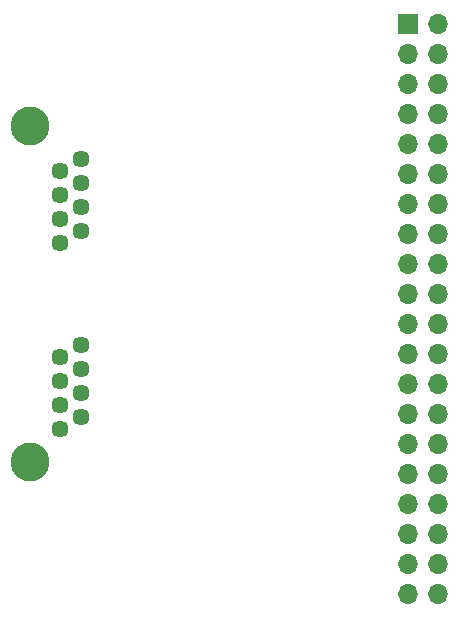
<source format=gbr>
%TF.GenerationSoftware,KiCad,Pcbnew,9.0.0-9.0.0-2~ubuntu24.04.1*%
%TF.CreationDate,2025-03-20T03:38:20-04:00*%
%TF.ProjectId,LVDS_RasPi_Hat,4c564453-5f52-4617-9350-695f4861742e,2*%
%TF.SameCoordinates,Original*%
%TF.FileFunction,Soldermask,Bot*%
%TF.FilePolarity,Negative*%
%FSLAX46Y46*%
G04 Gerber Fmt 4.6, Leading zero omitted, Abs format (unit mm)*
G04 Created by KiCad (PCBNEW 9.0.0-9.0.0-2~ubuntu24.04.1) date 2025-03-20 03:38:20*
%MOMM*%
%LPD*%
G01*
G04 APERTURE LIST*
%ADD10R,1.700000X1.700000*%
%ADD11O,1.700000X1.700000*%
%ADD12C,3.300000*%
%ADD13C,1.448000*%
G04 APERTURE END LIST*
D10*
%TO.C,J1*%
X98762500Y-68610000D03*
D11*
X101302500Y-68610000D03*
X98762500Y-71150000D03*
X101302500Y-71150000D03*
X98762500Y-73690000D03*
X101302500Y-73690000D03*
X98762500Y-76230000D03*
X101302500Y-76230000D03*
X98762500Y-78770000D03*
X101302500Y-78770000D03*
X98762500Y-81310000D03*
X101302500Y-81310000D03*
X98762500Y-83850000D03*
X101302500Y-83850000D03*
X98762500Y-86390000D03*
X101302500Y-86390000D03*
X98762500Y-88930000D03*
X101302500Y-88930000D03*
X98762500Y-91470000D03*
X101302500Y-91470000D03*
X98762500Y-94010000D03*
X101302500Y-94010000D03*
X98762500Y-96550000D03*
X101302500Y-96550000D03*
X98762500Y-99090000D03*
X101302500Y-99090000D03*
X98762500Y-101630000D03*
X101302500Y-101630000D03*
X98762500Y-104170000D03*
X101302500Y-104170000D03*
X98762500Y-106710000D03*
X101302500Y-106710000D03*
X98762500Y-109250000D03*
X101302500Y-109250000D03*
X98762500Y-111790000D03*
X101302500Y-111790000D03*
X98762500Y-114330000D03*
X101302500Y-114330000D03*
X98762500Y-116870000D03*
X101302500Y-116870000D03*
%TD*%
D12*
%TO.C,J2*%
X66800000Y-77215000D03*
X66800000Y-105665000D03*
D13*
X69340000Y-87117000D03*
X71120000Y-86101000D03*
X69340000Y-85085000D03*
X71120000Y-84069000D03*
X69340000Y-83053000D03*
X71120000Y-82037000D03*
X69340000Y-81021000D03*
X71120000Y-80005000D03*
X69340000Y-102867000D03*
X71120000Y-101851000D03*
X69340000Y-100835000D03*
X71120000Y-99819000D03*
X69340000Y-98803000D03*
X71120000Y-97787000D03*
X69340000Y-96771000D03*
X71120000Y-95755000D03*
%TD*%
M02*

</source>
